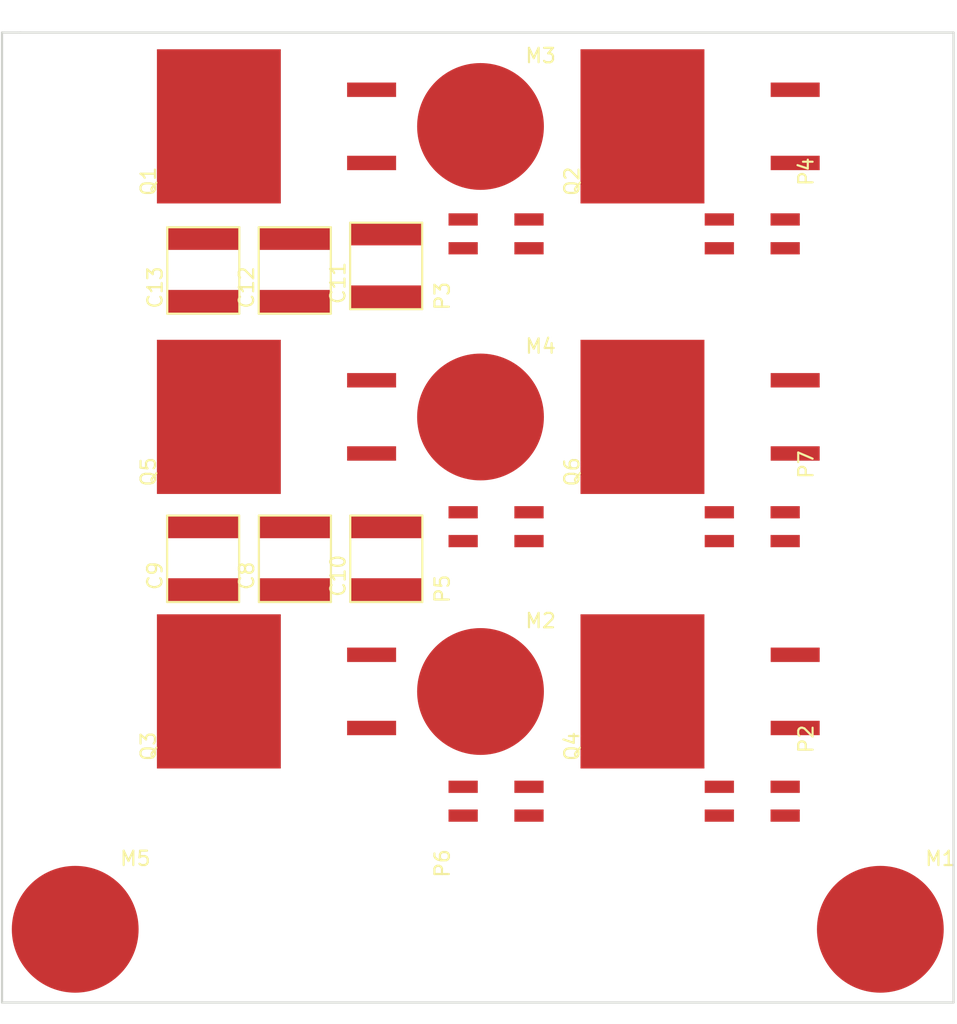
<source format=kicad_pcb>
(kicad_pcb (version 4) (host pcbnew 4.0.0-rc2-1-stable)

  (general
    (links 48)
    (no_connects 48)
    (area 135.599762 63.631666 202.345839 135.00318)
    (thickness 1.6)
    (drawings 5)
    (tracks 0)
    (zones 0)
    (modules 23)
    (nets 12)
  )

  (page A4)
  (layers
    (0 F.Cu signal)
    (31 B.Cu signal)
    (32 B.Adhes user)
    (33 F.Adhes user)
    (34 B.Paste user)
    (35 F.Paste user)
    (36 B.SilkS user)
    (37 F.SilkS user)
    (38 B.Mask user)
    (39 F.Mask user)
    (40 Dwgs.User user)
    (41 Cmts.User user)
    (42 Eco1.User user)
    (43 Eco2.User user)
    (44 Edge.Cuts user)
    (45 Margin user)
    (46 B.CrtYd user)
    (47 F.CrtYd user)
    (48 B.Fab user)
    (49 F.Fab user)
  )

  (setup
    (last_trace_width 0.25)
    (trace_clearance 0.2)
    (zone_clearance 0.508)
    (zone_45_only no)
    (trace_min 0.2)
    (segment_width 0.2)
    (edge_width 0.15)
    (via_size 0.6)
    (via_drill 0.4)
    (via_min_size 0.4)
    (via_min_drill 0.3)
    (uvia_size 0.3)
    (uvia_drill 0.1)
    (uvias_allowed no)
    (uvia_min_size 0.2)
    (uvia_min_drill 0.1)
    (pcb_text_width 0.3)
    (pcb_text_size 1.5 1.5)
    (mod_edge_width 0.15)
    (mod_text_size 1 1)
    (mod_text_width 0.15)
    (pad_size 1.524 1.524)
    (pad_drill 0.762)
    (pad_to_mask_clearance 0.2)
    (aux_axis_origin 0 0)
    (visible_elements FFFFFF7F)
    (pcbplotparams
      (layerselection 0x00030_80000001)
      (usegerberextensions false)
      (excludeedgelayer true)
      (linewidth 0.100000)
      (plotframeref false)
      (viasonmask false)
      (mode 1)
      (useauxorigin false)
      (hpglpennumber 1)
      (hpglpenspeed 20)
      (hpglpendiameter 15)
      (hpglpenoverlay 2)
      (psnegative false)
      (psa4output false)
      (plotreference true)
      (plotvalue true)
      (plotinvisibletext false)
      (padsonsilk false)
      (subtractmaskfromsilk false)
      (outputformat 1)
      (mirror false)
      (drillshape 1)
      (scaleselection 1)
      (outputdirectory ""))
  )

  (net 0 "")
  (net 1 GNDPWR)
  (net 2 "Net-(C10-Pad1)")
  (net 3 "Net-(M2-Pad1)")
  (net 4 "Net-(M3-Pad1)")
  (net 5 "Net-(M4-Pad1)")
  (net 6 "Net-(P4-Pad1)")
  (net 7 "Net-(P2-Pad1)")
  (net 8 "Net-(P7-Pad1)")
  (net 9 "Net-(P3-Pad2)")
  (net 10 "Net-(P5-Pad2)")
  (net 11 "Net-(P6-Pad2)")

  (net_class Default "This is the default net class."
    (clearance 0.2)
    (trace_width 0.25)
    (via_dia 0.6)
    (via_drill 0.4)
    (uvia_dia 0.3)
    (uvia_drill 0.1)
    (add_net GNDPWR)
    (add_net "Net-(C10-Pad1)")
    (add_net "Net-(M2-Pad1)")
    (add_net "Net-(M3-Pad1)")
    (add_net "Net-(M4-Pad1)")
    (add_net "Net-(P2-Pad1)")
    (add_net "Net-(P3-Pad2)")
    (add_net "Net-(P4-Pad1)")
    (add_net "Net-(P5-Pad2)")
    (add_net "Net-(P6-Pad2)")
    (add_net "Net-(P7-Pad1)")
  )

  (module myfootprint:TO-263 (layer F.Cu) (tedit 56BE5DCE) (tstamp 56BE64F4)
    (at 184.34 72.55 90)
    (path /56BE6C55)
    (fp_text reference Q2 (at -3.81 -8.89 90) (layer F.SilkS)
      (effects (font (size 1 1) (thickness 0.15)))
    )
    (fp_text value Q_PMOS_GDS (at 3.81 -8.89 90) (layer F.Fab)
      (effects (font (size 1 1) (thickness 0.15)))
    )
    (pad 2 smd rect (at 0 -4 90) (size 10.7 8.6) (layers F.Cu F.Paste F.Mask)
      (net 4 "Net-(M3-Pad1)"))
    (pad 1 smd rect (at -2.54 6.6 90) (size 1 3.4) (layers F.Cu F.Paste F.Mask)
      (net 6 "Net-(P4-Pad1)"))
    (pad 3 smd rect (at 2.54 6.6 90) (size 1 3.4) (layers F.Cu F.Paste F.Mask)
      (net 1 GNDPWR))
    (model /Volumes/Jury320GB/Linux/my3dmodell.3dshapes/TO-263.wrl
      (at (xyz 0 0.33 0))
      (scale (xyz 0.3937 0.3937 0.3937))
      (rotate (xyz 0 0 0))
    )
  )

  (module myfootprint:TO-263 (layer F.Cu) (tedit 56BE5DCE) (tstamp 56BE64ED)
    (at 154.94 72.55 90)
    (path /56BE6501)
    (fp_text reference Q1 (at -3.81 -8.89 90) (layer F.SilkS)
      (effects (font (size 1 1) (thickness 0.15)))
    )
    (fp_text value Q_PMOS_GDS (at 3.81 -8.89 90) (layer F.Fab)
      (effects (font (size 1 1) (thickness 0.15)))
    )
    (pad 2 smd rect (at 0 -4 90) (size 10.7 8.6) (layers F.Cu F.Paste F.Mask)
      (net 2 "Net-(C10-Pad1)"))
    (pad 1 smd rect (at -2.54 6.6 90) (size 1 3.4) (layers F.Cu F.Paste F.Mask)
      (net 9 "Net-(P3-Pad2)"))
    (pad 3 smd rect (at 2.54 6.6 90) (size 1 3.4) (layers F.Cu F.Paste F.Mask)
      (net 4 "Net-(M3-Pad1)"))
    (model /Volumes/Jury320GB/Linux/my3dmodell.3dshapes/TO-263.wrl
      (at (xyz 0 0.33 0))
      (scale (xyz 0.3937 0.3937 0.3937))
      (rotate (xyz 0 0 0))
    )
  )

  (module myfootprint:TO-263 (layer F.Cu) (tedit 56BE5DCE) (tstamp 56BE64FB)
    (at 154.94 111.76 90)
    (path /56BE6FB6)
    (fp_text reference Q3 (at -3.81 -8.89 90) (layer F.SilkS)
      (effects (font (size 1 1) (thickness 0.15)))
    )
    (fp_text value Q_PMOS_GDS (at 3.81 -8.89 90) (layer F.Fab)
      (effects (font (size 1 1) (thickness 0.15)))
    )
    (pad 2 smd rect (at 0 -4 90) (size 10.7 8.6) (layers F.Cu F.Paste F.Mask)
      (net 2 "Net-(C10-Pad1)"))
    (pad 1 smd rect (at -2.54 6.6 90) (size 1 3.4) (layers F.Cu F.Paste F.Mask)
      (net 11 "Net-(P6-Pad2)"))
    (pad 3 smd rect (at 2.54 6.6 90) (size 1 3.4) (layers F.Cu F.Paste F.Mask)
      (net 3 "Net-(M2-Pad1)"))
    (model ../../../../../Volumes/Jury320GB/Linux/my3dmodell.3dshapes/TO-263.wrl
      (at (xyz 0 0.33 0))
      (scale (xyz 0.3937 0.3937 0.3937))
      (rotate (xyz 0 0 0))
    )
  )

  (module myfootprint:TO-263 (layer F.Cu) (tedit 56BE5DCE) (tstamp 56BE6502)
    (at 184.34 111.76 90)
    (path /56BE7097)
    (fp_text reference Q4 (at -3.81 -8.89 90) (layer F.SilkS)
      (effects (font (size 1 1) (thickness 0.15)))
    )
    (fp_text value Q_PMOS_GDS (at 3.81 -8.89 90) (layer F.Fab)
      (effects (font (size 1 1) (thickness 0.15)))
    )
    (pad 2 smd rect (at 0 -4 90) (size 10.7 8.6) (layers F.Cu F.Paste F.Mask)
      (net 3 "Net-(M2-Pad1)"))
    (pad 1 smd rect (at -2.54 6.6 90) (size 1 3.4) (layers F.Cu F.Paste F.Mask)
      (net 7 "Net-(P2-Pad1)"))
    (pad 3 smd rect (at 2.54 6.6 90) (size 1 3.4) (layers F.Cu F.Paste F.Mask)
      (net 1 GNDPWR))
    (model /Volumes/Jury320GB/Linux/my3dmodell.3dshapes/TO-263.wrl
      (at (xyz 0 0.33 0))
      (scale (xyz 0.3937 0.3937 0.3937))
      (rotate (xyz 0 0 0))
    )
  )

  (module myfootprint:TO-263 (layer F.Cu) (tedit 56BE5DCE) (tstamp 56BE6509)
    (at 154.94 92.71 90)
    (path /56BE6DBD)
    (fp_text reference Q5 (at -3.81 -8.89 90) (layer F.SilkS)
      (effects (font (size 1 1) (thickness 0.15)))
    )
    (fp_text value Q_PMOS_GDS (at 3.81 -8.89 90) (layer F.Fab)
      (effects (font (size 1 1) (thickness 0.15)))
    )
    (pad 2 smd rect (at 0 -4 90) (size 10.7 8.6) (layers F.Cu F.Paste F.Mask)
      (net 2 "Net-(C10-Pad1)"))
    (pad 1 smd rect (at -2.54 6.6 90) (size 1 3.4) (layers F.Cu F.Paste F.Mask)
      (net 10 "Net-(P5-Pad2)"))
    (pad 3 smd rect (at 2.54 6.6 90) (size 1 3.4) (layers F.Cu F.Paste F.Mask)
      (net 5 "Net-(M4-Pad1)"))
    (model /Volumes/Jury320GB/Linux/my3dmodell.3dshapes/TO-263.wrl
      (at (xyz 0 0.33 0))
      (scale (xyz 0.3937 0.3937 0.3937))
      (rotate (xyz 0 0 0))
    )
  )

  (module myfootprint:TO-263 (layer F.Cu) (tedit 56BE5DCE) (tstamp 56BE6510)
    (at 184.34 92.71 90)
    (path /56BE6E94)
    (fp_text reference Q6 (at -3.81 -8.89 90) (layer F.SilkS)
      (effects (font (size 1 1) (thickness 0.15)))
    )
    (fp_text value Q_PMOS_GDS (at 3.81 -8.89 90) (layer F.Fab)
      (effects (font (size 1 1) (thickness 0.15)))
    )
    (pad 2 smd rect (at 0 -4 90) (size 10.7 8.6) (layers F.Cu F.Paste F.Mask)
      (net 5 "Net-(M4-Pad1)"))
    (pad 1 smd rect (at -2.54 6.6 90) (size 1 3.4) (layers F.Cu F.Paste F.Mask)
      (net 8 "Net-(P7-Pad1)"))
    (pad 3 smd rect (at 2.54 6.6 90) (size 1 3.4) (layers F.Cu F.Paste F.Mask)
      (net 1 GNDPWR))
    (model /Volumes/Jury320GB/Linux/my3dmodell.3dshapes/TO-263.wrl
      (at (xyz 0 0.33 0))
      (scale (xyz 0.3937 0.3937 0.3937))
      (rotate (xyz 0 0 0))
    )
  )

  (module myfootprint:CKG57 (layer F.Cu) (tedit 56CF299E) (tstamp 56CF2F43)
    (at 156.21762 102.55758 270)
    (path /56A5784F)
    (fp_text reference C8 (at 1.1811 3.34518 270) (layer F.SilkS)
      (effects (font (size 1 1) (thickness 0.15)))
    )
    (fp_text value UCZ1K331MNQ1MS (at -0.62992 -3.31216 270) (layer F.Fab)
      (effects (font (size 1 1) (thickness 0.15)))
    )
    (fp_line (start -3 2.5) (end -3 -2.5) (layer F.SilkS) (width 0.15))
    (fp_line (start 3 2.5) (end -3 2.5) (layer F.SilkS) (width 0.15))
    (fp_line (start 3 -2.5) (end 3 2.5) (layer F.SilkS) (width 0.15))
    (fp_line (start -3 -2.5) (end 3 -2.5) (layer F.SilkS) (width 0.15))
    (pad 1 smd rect (at -2.22758 -0.01016 270) (size 1.6 5) (layers F.Cu F.Paste F.Mask)
      (net 2 "Net-(C10-Pad1)"))
    (pad 2 smd rect (at 2.15138 0.00762 270) (size 1.6 5) (layers F.Cu F.Paste F.Mask)
      (net 1 GNDPWR))
  )

  (module myfootprint:CKG57 (layer F.Cu) (tedit 56CF299E) (tstamp 56CF2F4D)
    (at 149.84984 102.55758 270)
    (path /56A56FF0)
    (fp_text reference C9 (at 1.1811 3.34518 270) (layer F.SilkS)
      (effects (font (size 1 1) (thickness 0.15)))
    )
    (fp_text value UCZ1K331MNQ1MS (at -0.62992 -3.31216 270) (layer F.Fab)
      (effects (font (size 1 1) (thickness 0.15)))
    )
    (fp_line (start -3 2.5) (end -3 -2.5) (layer F.SilkS) (width 0.15))
    (fp_line (start 3 2.5) (end -3 2.5) (layer F.SilkS) (width 0.15))
    (fp_line (start 3 -2.5) (end 3 2.5) (layer F.SilkS) (width 0.15))
    (fp_line (start -3 -2.5) (end 3 -2.5) (layer F.SilkS) (width 0.15))
    (pad 1 smd rect (at -2.22758 -0.01016 270) (size 1.6 5) (layers F.Cu F.Paste F.Mask)
      (net 2 "Net-(C10-Pad1)"))
    (pad 2 smd rect (at 2.15138 0.00762 270) (size 1.6 5) (layers F.Cu F.Paste F.Mask)
      (net 1 GNDPWR))
  )

  (module myfootprint:CKG57 (layer F.Cu) (tedit 56CF299E) (tstamp 56CF2F57)
    (at 162.56 102.55758 270)
    (path /56A4157A)
    (fp_text reference C10 (at 1.1811 3.34518 270) (layer F.SilkS)
      (effects (font (size 1 1) (thickness 0.15)))
    )
    (fp_text value UCZ1K331MNQ1MS (at -0.62992 -3.31216 270) (layer F.Fab)
      (effects (font (size 1 1) (thickness 0.15)))
    )
    (fp_line (start -3 2.5) (end -3 -2.5) (layer F.SilkS) (width 0.15))
    (fp_line (start 3 2.5) (end -3 2.5) (layer F.SilkS) (width 0.15))
    (fp_line (start 3 -2.5) (end 3 2.5) (layer F.SilkS) (width 0.15))
    (fp_line (start -3 -2.5) (end 3 -2.5) (layer F.SilkS) (width 0.15))
    (pad 1 smd rect (at -2.22758 -0.01016 270) (size 1.6 5) (layers F.Cu F.Paste F.Mask)
      (net 2 "Net-(C10-Pad1)"))
    (pad 2 smd rect (at 2.15138 0.00762 270) (size 1.6 5) (layers F.Cu F.Paste F.Mask)
      (net 1 GNDPWR))
  )

  (module myfootprint:CKG57 (layer F.Cu) (tedit 56CF299E) (tstamp 56CF2F61)
    (at 162.54984 82.23758 270)
    (path /56A5792D)
    (fp_text reference C11 (at 1.1811 3.34518 270) (layer F.SilkS)
      (effects (font (size 1 1) (thickness 0.15)))
    )
    (fp_text value UCZ1K331MNQ1MS (at -0.62992 -3.31216 270) (layer F.Fab)
      (effects (font (size 1 1) (thickness 0.15)))
    )
    (fp_line (start -3 2.5) (end -3 -2.5) (layer F.SilkS) (width 0.15))
    (fp_line (start 3 2.5) (end -3 2.5) (layer F.SilkS) (width 0.15))
    (fp_line (start 3 -2.5) (end 3 2.5) (layer F.SilkS) (width 0.15))
    (fp_line (start -3 -2.5) (end 3 -2.5) (layer F.SilkS) (width 0.15))
    (pad 1 smd rect (at -2.22758 -0.01016 270) (size 1.6 5) (layers F.Cu F.Paste F.Mask)
      (net 2 "Net-(C10-Pad1)"))
    (pad 2 smd rect (at 2.15138 0.00762 270) (size 1.6 5) (layers F.Cu F.Paste F.Mask)
      (net 1 GNDPWR))
  )

  (module myfootprint:CKG57 (layer F.Cu) (tedit 56CF299E) (tstamp 56CF2F6B)
    (at 156.21 82.55 270)
    (path /56A570B2)
    (fp_text reference C12 (at 1.1811 3.34518 270) (layer F.SilkS)
      (effects (font (size 1 1) (thickness 0.15)))
    )
    (fp_text value UCZ1K331MNQ1MS (at -0.62992 -3.31216 270) (layer F.Fab)
      (effects (font (size 1 1) (thickness 0.15)))
    )
    (fp_line (start -3 2.5) (end -3 -2.5) (layer F.SilkS) (width 0.15))
    (fp_line (start 3 2.5) (end -3 2.5) (layer F.SilkS) (width 0.15))
    (fp_line (start 3 -2.5) (end 3 2.5) (layer F.SilkS) (width 0.15))
    (fp_line (start -3 -2.5) (end 3 -2.5) (layer F.SilkS) (width 0.15))
    (pad 1 smd rect (at -2.22758 -0.01016 270) (size 1.6 5) (layers F.Cu F.Paste F.Mask)
      (net 2 "Net-(C10-Pad1)"))
    (pad 2 smd rect (at 2.15138 0.00762 270) (size 1.6 5) (layers F.Cu F.Paste F.Mask)
      (net 1 GNDPWR))
  )

  (module myfootprint:CKG57 (layer F.Cu) (tedit 56CF299E) (tstamp 56CF2F75)
    (at 149.86 82.55 270)
    (path /56A4161B)
    (fp_text reference C13 (at 1.1811 3.34518 270) (layer F.SilkS)
      (effects (font (size 1 1) (thickness 0.15)))
    )
    (fp_text value UCZ1K331MNQ1MS (at -0.62992 -3.31216 270) (layer F.Fab)
      (effects (font (size 1 1) (thickness 0.15)))
    )
    (fp_line (start -3 2.5) (end -3 -2.5) (layer F.SilkS) (width 0.15))
    (fp_line (start 3 2.5) (end -3 2.5) (layer F.SilkS) (width 0.15))
    (fp_line (start 3 -2.5) (end 3 2.5) (layer F.SilkS) (width 0.15))
    (fp_line (start -3 -2.5) (end 3 -2.5) (layer F.SilkS) (width 0.15))
    (pad 1 smd rect (at -2.22758 -0.01016 270) (size 1.6 5) (layers F.Cu F.Paste F.Mask)
      (net 2 "Net-(C10-Pad1)"))
    (pad 2 smd rect (at 2.15138 0.00762 270) (size 1.6 5) (layers F.Cu F.Paste F.Mask)
      (net 1 GNDPWR))
  )

  (module myfootprint:WP-SMSH_SMT_Shank_M4 (layer F.Cu) (tedit 56CF35AD) (tstamp 56CF3BA7)
    (at 196.86016 128.26)
    (path /5679D010)
    (fp_text reference M1 (at 4.16306 -4.90474) (layer F.SilkS)
      (effects (font (size 1 1) (thickness 0.15)))
    )
    (fp_text value WP-BUFU_M4 (at -0.01016 5.7658) (layer F.Fab)
      (effects (font (size 1 1) (thickness 0.15)))
    )
    (pad 1 smd circle (at -0.01016 0.00762) (size 8.8 8.8) (layers F.Cu F.Paste F.Mask)
      (net 1 GNDPWR))
    (model /Volumes/Jury320GB/Linux/my3dmodell.3dshapes/WP-SMSH_SMT_Shank_M4.wrl
      (at (xyz 0 0 0.32))
      (scale (xyz 0.4 0.4 0.4))
      (rotate (xyz 90 0 0))
    )
  )

  (module myfootprint:WP-SMSH_SMT_Shank_M4 (layer F.Cu) (tedit 56CF35AD) (tstamp 56CF3BAC)
    (at 169.11 111.76)
    (path /5679D04F)
    (fp_text reference M2 (at 4.16306 -4.90474) (layer F.SilkS)
      (effects (font (size 1 1) (thickness 0.15)))
    )
    (fp_text value WP-BUFU_M4 (at -0.01016 5.7658) (layer F.Fab)
      (effects (font (size 1 1) (thickness 0.15)))
    )
    (pad 1 smd circle (at -0.01016 0.00762) (size 8.8 8.8) (layers F.Cu F.Paste F.Mask)
      (net 3 "Net-(M2-Pad1)"))
    (model /Volumes/Jury320GB/Linux/my3dmodell.3dshapes/WP-SMSH_SMT_Shank_M4.wrl
      (at (xyz 0 0 0.32))
      (scale (xyz 0.4 0.4 0.4))
      (rotate (xyz 90 0 0))
    )
  )

  (module myfootprint:WP-SMSH_SMT_Shank_M4 (layer F.Cu) (tedit 56CF35AD) (tstamp 56CF3BB1)
    (at 169.11 72.55)
    (path /5679CFD3)
    (fp_text reference M3 (at 4.16306 -4.90474) (layer F.SilkS)
      (effects (font (size 1 1) (thickness 0.15)))
    )
    (fp_text value WP-BUFU_M4 (at -0.01016 5.7658) (layer F.Fab)
      (effects (font (size 1 1) (thickness 0.15)))
    )
    (pad 1 smd circle (at -0.01016 0.00762) (size 8.8 8.8) (layers F.Cu F.Paste F.Mask)
      (net 4 "Net-(M3-Pad1)"))
    (model /Volumes/Jury320GB/Linux/my3dmodell.3dshapes/WP-SMSH_SMT_Shank_M4.wrl
      (at (xyz 0 0 0.33))
      (scale (xyz 0.3937 0.3937 0.3937))
      (rotate (xyz 90 0 0))
    )
  )

  (module myfootprint:WP-SMSH_SMT_Shank_M4 (layer F.Cu) (tedit 56CF35AD) (tstamp 56CF3BB6)
    (at 169.11 92.71)
    (path /56A131AC)
    (fp_text reference M4 (at 4.16306 -4.90474) (layer F.SilkS)
      (effects (font (size 1 1) (thickness 0.15)))
    )
    (fp_text value WP-BUFU_M4 (at -0.01016 5.7658) (layer F.Fab)
      (effects (font (size 1 1) (thickness 0.15)))
    )
    (pad 1 smd circle (at -0.01016 0.00762) (size 8.8 8.8) (layers F.Cu F.Paste F.Mask)
      (net 5 "Net-(M4-Pad1)"))
    (model /Volumes/Jury320GB/Linux/my3dmodell.3dshapes/WP-SMSH_SMT_Shank_M4.wrl
      (at (xyz 0 0 0.32))
      (scale (xyz 0.4 0.4 0.4))
      (rotate (xyz 90 0 0))
    )
  )

  (module myfootprint:WP-SMSH_SMT_Shank_M4 (layer F.Cu) (tedit 56CF35AD) (tstamp 56CF3BBB)
    (at 140.98016 128.26)
    (path /56A28511)
    (fp_text reference M5 (at 4.16306 -4.90474) (layer F.SilkS)
      (effects (font (size 1 1) (thickness 0.15)))
    )
    (fp_text value WP-BUFU_M4 (at -0.01016 5.7658) (layer F.Fab)
      (effects (font (size 1 1) (thickness 0.15)))
    )
    (pad 1 smd circle (at -0.01016 0.00762) (size 8.8 8.8) (layers F.Cu F.Paste F.Mask)
      (net 2 "Net-(C10-Pad1)"))
    (model /Volumes/Jury320GB/Linux/my3dmodell.3dshapes/WP-SMSH_SMT_Shank_M4.wrl
      (at (xyz 0 0 0.32))
      (scale (xyz 0.4 0.4 0.4))
      (rotate (xyz 90 0 0))
    )
  )

  (module myfootprint:WR-PHD_2x2 (layer F.Cu) (tedit 56CF3C65) (tstamp 56CF444B)
    (at 187.96 119.38 90)
    (path /56CF9120)
    (fp_text reference P2 (at 4.31546 3.7338 90) (layer F.SilkS)
      (effects (font (size 1 1) (thickness 0.15)))
    )
    (fp_text value CONN_02X02 (at 0.00254 -4.2037 90) (layer F.Fab)
      (effects (font (size 1 1) (thickness 0.15)))
    )
    (pad 1 smd rect (at -1 -2.285 90) (size 0.85 2.03) (layers F.Cu F.Paste F.Mask)
      (net 7 "Net-(P2-Pad1)"))
    (pad 2 smd rect (at -1 2.285 90) (size 0.85 2.03) (layers F.Cu F.Paste F.Mask)
      (net 7 "Net-(P2-Pad1)"))
    (pad 3 smd rect (at 1 -2.285 90) (size 0.85 2.03) (layers F.Cu F.Paste F.Mask)
      (net 7 "Net-(P2-Pad1)"))
    (pad 4 smd rect (at 1 2.285 90) (size 0.85 2.03) (layers F.Cu F.Paste F.Mask)
      (net 7 "Net-(P2-Pad1)"))
    (model /Volumes/Jury320GB/Linux/my3dmodell.3dshapes/WR-PHD_2x2.wrl
      (at (xyz 0 0 0.06))
      (scale (xyz 0.4 0.4 0.4))
      (rotate (xyz 0 0 0))
    )
  )

  (module myfootprint:WR-PHD_2x2 (layer F.Cu) (tedit 56CF3C65) (tstamp 56CF4453)
    (at 170.18 80.01 270)
    (path /56CF8C5C)
    (fp_text reference P3 (at 4.31546 3.7338 270) (layer F.SilkS)
      (effects (font (size 1 1) (thickness 0.15)))
    )
    (fp_text value CONN_02X02 (at 0.00254 -4.2037 270) (layer F.Fab)
      (effects (font (size 1 1) (thickness 0.15)))
    )
    (pad 1 smd rect (at -1 -2.285 270) (size 0.85 2.03) (layers F.Cu F.Paste F.Mask)
      (net 4 "Net-(M3-Pad1)"))
    (pad 2 smd rect (at -1 2.285 270) (size 0.85 2.03) (layers F.Cu F.Paste F.Mask)
      (net 9 "Net-(P3-Pad2)"))
    (pad 3 smd rect (at 1 -2.285 270) (size 0.85 2.03) (layers F.Cu F.Paste F.Mask)
      (net 4 "Net-(M3-Pad1)"))
    (pad 4 smd rect (at 1 2.285 270) (size 0.85 2.03) (layers F.Cu F.Paste F.Mask)
      (net 9 "Net-(P3-Pad2)"))
    (model /Volumes/Jury320GB/Linux/my3dmodell.3dshapes/WR-PHD_2x2.wrl
      (at (xyz 0 0 0.06))
      (scale (xyz 0.4 0.4 0.4))
      (rotate (xyz 0 0 0))
    )
  )

  (module myfootprint:WR-PHD_2x2 (layer F.Cu) (tedit 56CF3C65) (tstamp 56CF445B)
    (at 187.96 80.01 90)
    (path /56CF8DCE)
    (fp_text reference P4 (at 4.31546 3.7338 90) (layer F.SilkS)
      (effects (font (size 1 1) (thickness 0.15)))
    )
    (fp_text value CONN_02X02 (at 0.00254 -4.2037 90) (layer F.Fab)
      (effects (font (size 1 1) (thickness 0.15)))
    )
    (pad 1 smd rect (at -1 -2.285 90) (size 0.85 2.03) (layers F.Cu F.Paste F.Mask)
      (net 6 "Net-(P4-Pad1)"))
    (pad 2 smd rect (at -1 2.285 90) (size 0.85 2.03) (layers F.Cu F.Paste F.Mask)
      (net 6 "Net-(P4-Pad1)"))
    (pad 3 smd rect (at 1 -2.285 90) (size 0.85 2.03) (layers F.Cu F.Paste F.Mask)
      (net 6 "Net-(P4-Pad1)"))
    (pad 4 smd rect (at 1 2.285 90) (size 0.85 2.03) (layers F.Cu F.Paste F.Mask)
      (net 6 "Net-(P4-Pad1)"))
    (model /Volumes/Jury320GB/Linux/my3dmodell.3dshapes/WR-PHD_2x2.wrl
      (at (xyz 0 0 0.06))
      (scale (xyz 0.4 0.4 0.4))
      (rotate (xyz 0 0 0))
    )
  )

  (module myfootprint:WR-PHD_2x2 (layer F.Cu) (tedit 56CF3C65) (tstamp 56CF4463)
    (at 170.18 100.33 270)
    (path /56CF8E7C)
    (fp_text reference P5 (at 4.31546 3.7338 270) (layer F.SilkS)
      (effects (font (size 1 1) (thickness 0.15)))
    )
    (fp_text value CONN_02X02 (at 0.00254 -4.2037 270) (layer F.Fab)
      (effects (font (size 1 1) (thickness 0.15)))
    )
    (pad 1 smd rect (at -1 -2.285 270) (size 0.85 2.03) (layers F.Cu F.Paste F.Mask)
      (net 5 "Net-(M4-Pad1)"))
    (pad 2 smd rect (at -1 2.285 270) (size 0.85 2.03) (layers F.Cu F.Paste F.Mask)
      (net 10 "Net-(P5-Pad2)"))
    (pad 3 smd rect (at 1 -2.285 270) (size 0.85 2.03) (layers F.Cu F.Paste F.Mask)
      (net 5 "Net-(M4-Pad1)"))
    (pad 4 smd rect (at 1 2.285 270) (size 0.85 2.03) (layers F.Cu F.Paste F.Mask)
      (net 10 "Net-(P5-Pad2)"))
    (model /Volumes/Jury320GB/Linux/my3dmodell.3dshapes/WR-PHD_2x2.wrl
      (at (xyz 0 0 0.06))
      (scale (xyz 0.4 0.4 0.4))
      (rotate (xyz 0 0 0))
    )
  )

  (module myfootprint:WR-PHD_2x2 (layer F.Cu) (tedit 56CF3C65) (tstamp 56CF446B)
    (at 170.18 119.38 270)
    (path /56CF8FFD)
    (fp_text reference P6 (at 4.31546 3.7338 270) (layer F.SilkS)
      (effects (font (size 1 1) (thickness 0.15)))
    )
    (fp_text value CONN_02X02 (at 0.00254 -4.2037 270) (layer F.Fab)
      (effects (font (size 1 1) (thickness 0.15)))
    )
    (pad 1 smd rect (at -1 -2.285 270) (size 0.85 2.03) (layers F.Cu F.Paste F.Mask)
      (net 3 "Net-(M2-Pad1)"))
    (pad 2 smd rect (at -1 2.285 270) (size 0.85 2.03) (layers F.Cu F.Paste F.Mask)
      (net 11 "Net-(P6-Pad2)"))
    (pad 3 smd rect (at 1 -2.285 270) (size 0.85 2.03) (layers F.Cu F.Paste F.Mask)
      (net 3 "Net-(M2-Pad1)"))
    (pad 4 smd rect (at 1 2.285 270) (size 0.85 2.03) (layers F.Cu F.Paste F.Mask)
      (net 11 "Net-(P6-Pad2)"))
    (model /Volumes/Jury320GB/Linux/my3dmodell.3dshapes/WR-PHD_2x2.wrl
      (at (xyz 0 0 0.06))
      (scale (xyz 0.4 0.4 0.4))
      (rotate (xyz 0 0 0))
    )
  )

  (module myfootprint:WR-PHD_2x2 (layer F.Cu) (tedit 56CF3C65) (tstamp 56CF4473)
    (at 187.96 100.33 90)
    (path /56CF8F40)
    (fp_text reference P7 (at 4.31546 3.7338 90) (layer F.SilkS)
      (effects (font (size 1 1) (thickness 0.15)))
    )
    (fp_text value CONN_02X02 (at 0.00254 -4.2037 90) (layer F.Fab)
      (effects (font (size 1 1) (thickness 0.15)))
    )
    (pad 1 smd rect (at -1 -2.285 90) (size 0.85 2.03) (layers F.Cu F.Paste F.Mask)
      (net 8 "Net-(P7-Pad1)"))
    (pad 2 smd rect (at -1 2.285 90) (size 0.85 2.03) (layers F.Cu F.Paste F.Mask)
      (net 8 "Net-(P7-Pad1)"))
    (pad 3 smd rect (at 1 -2.285 90) (size 0.85 2.03) (layers F.Cu F.Paste F.Mask)
      (net 8 "Net-(P7-Pad1)"))
    (pad 4 smd rect (at 1 2.285 90) (size 0.85 2.03) (layers F.Cu F.Paste F.Mask)
      (net 8 "Net-(P7-Pad1)"))
    (model /Volumes/Jury320GB/Linux/my3dmodell.3dshapes/WR-PHD_2x2.wrl
      (at (xyz 0 0 0.06))
      (scale (xyz 0.4 0.4 0.4))
      (rotate (xyz 0 0 0))
    )
  )

  (gr_line (start 135.89 133.35) (end 201.93 133.35) (layer Edge.Cuts) (width 0.15))
  (gr_line (start 135.89 66.04) (end 135.89 133.35) (layer Edge.Cuts) (width 0.15))
  (gr_line (start 137.16 66.04) (end 135.89 66.04) (layer Edge.Cuts) (width 0.15))
  (gr_line (start 201.93 66.04) (end 137.16 66.04) (layer Edge.Cuts) (width 0.15))
  (gr_line (start 201.93 133.35) (end 201.93 66.04) (layer Edge.Cuts) (width 0.15))

)

</source>
